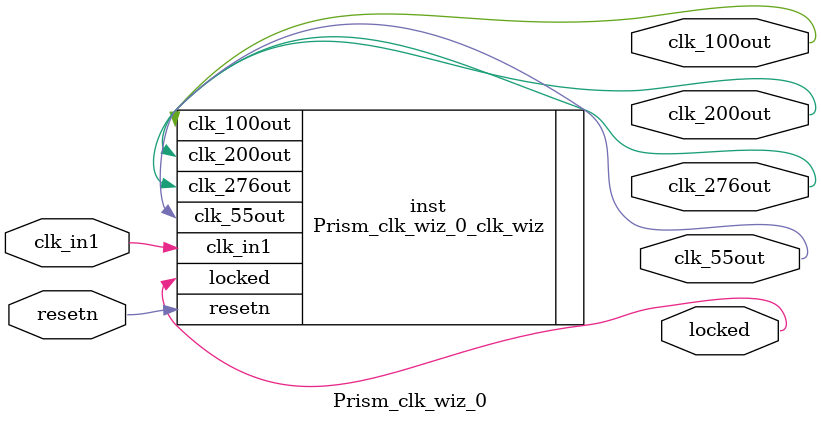
<source format=v>


`timescale 1ps/1ps

(* CORE_GENERATION_INFO = "Prism_clk_wiz_0,clk_wiz_v6_0_6_0_0,{component_name=Prism_clk_wiz_0,use_phase_alignment=true,use_min_o_jitter=false,use_max_i_jitter=false,use_dyn_phase_shift=false,use_inclk_switchover=false,use_dyn_reconfig=false,enable_axi=0,feedback_source=FDBK_AUTO,PRIMITIVE=MMCM,num_out_clk=4,clkin1_period=20.000,clkin2_period=10.0,use_power_down=false,use_reset=true,use_locked=true,use_inclk_stopped=false,feedback_type=SINGLE,CLOCK_MGR_TYPE=NA,manual_override=false}" *)

module Prism_clk_wiz_0 
 (
  // Clock out ports
  output        clk_55out,
  output        clk_276out,
  output        clk_100out,
  output        clk_200out,
  // Status and control signals
  input         resetn,
  output        locked,
 // Clock in ports
  input         clk_in1
 );

  Prism_clk_wiz_0_clk_wiz inst
  (
  // Clock out ports  
  .clk_55out(clk_55out),
  .clk_276out(clk_276out),
  .clk_100out(clk_100out),
  .clk_200out(clk_200out),
  // Status and control signals               
  .resetn(resetn), 
  .locked(locked),
 // Clock in ports
  .clk_in1(clk_in1)
  );

endmodule

</source>
